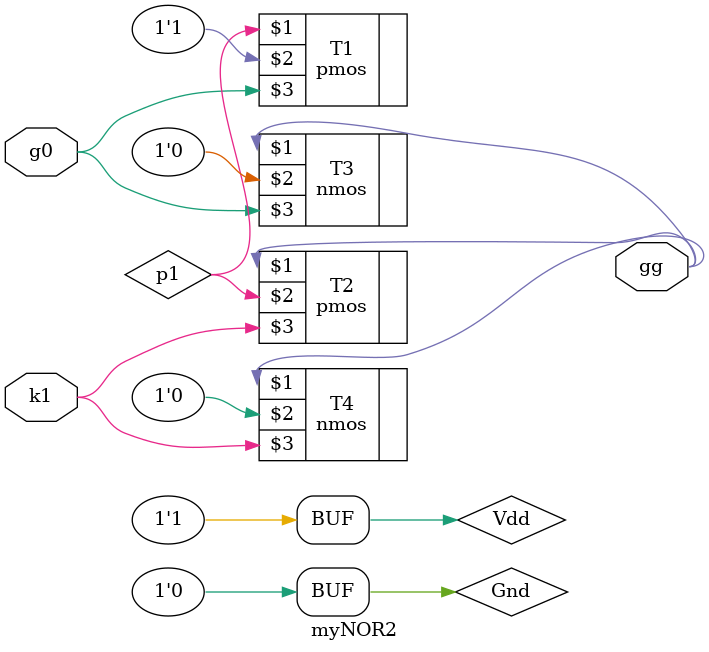
<source format=v>
`timescale 1ns/1ns
module myNOR2(input k1, g0, output gg);
	wire p1;
	supply1 Vdd;
	supply0 Gnd;
	pmos #(5, 6, 7) T1(p1, Vdd, g0), T2(gg, p1, k1);
	nmos #(3, 4, 5) T3(gg, Gnd, g0), T4(gg, Gnd, k1);
endmodule

</source>
